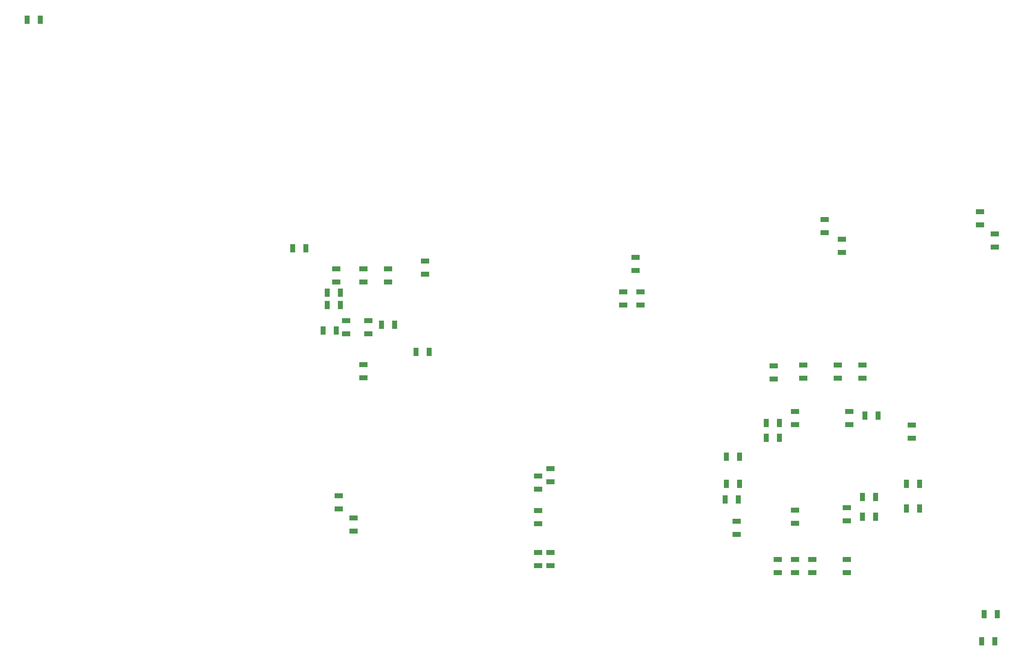
<source format=gbp>
%FSLAX44Y44*%
%MOMM*%
G71*
G01*
G75*
G04 Layer_Color=128*
%ADD10R,1.1000X1.7000*%
%ADD11R,1.5500X0.4500*%
%ADD12R,1.7000X1.1000*%
%ADD13R,1.4000X2.1000*%
%ADD14R,1.2000X1.2000*%
%ADD15R,1.2000X1.2000*%
%ADD16O,0.3000X2.5400*%
%ADD17O,2.5400X0.3000*%
%ADD18R,2.1000X1.4000*%
%ADD19R,1.5500X0.5500*%
%ADD20O,1.7000X0.3500*%
%ADD21O,1.5500X0.2500*%
%ADD22O,0.2500X1.5500*%
%ADD23R,0.5000X3.1000*%
%ADD24R,2.0000X2.5000*%
%ADD25R,2.0000X3.3000*%
%ADD26O,2.1000X0.4500*%
%ADD27R,0.7000X2.0000*%
%ADD28R,1.0000X2.0000*%
%ADD29R,1.2000X2.0000*%
%ADD30R,1.5000X2.0000*%
%ADD31R,2.0000X3.5000*%
%ADD32R,2.0000X1.8000*%
%ADD33C,0.1500*%
%ADD34R,1.5000X1.5000*%
%ADD35C,1.5000*%
%ADD36R,1.5000X1.5000*%
%ADD37C,1.3500*%
%ADD38R,1.2500X1.2500*%
%ADD39C,1.6000*%
%ADD40R,1.6000X1.6000*%
%ADD41C,1.2000*%
%ADD42O,1.5240X4.0640*%
%ADD43O,4.0640X1.5240*%
%ADD44O,1.5240X4.3180*%
%ADD45C,4.7600*%
%ADD46R,1.6900X1.6900*%
%ADD47C,1.6900*%
%ADD48C,1.5240*%
%ADD49C,4.5000*%
%ADD50C,0.7100*%
%ADD51C,1.0160*%
%ADD52C,0.2540*%
%ADD53C,1.9160*%
G04:AMPARAMS|DCode=54|XSize=2.424mm|YSize=2.424mm|CornerRadius=0mm|HoleSize=0mm|Usage=FLASHONLY|Rotation=0.000|XOffset=0mm|YOffset=0mm|HoleType=Round|Shape=Relief|Width=0.254mm|Gap=0.254mm|Entries=4|*
%AMTHD54*
7,0,0,2.4240,1.9160,0.2540,45*
%
%ADD54THD54*%
%ADD55C,1.8160*%
G04:AMPARAMS|DCode=56|XSize=2.274mm|YSize=2.274mm|CornerRadius=0mm|HoleSize=0mm|Usage=FLASHONLY|Rotation=0.000|XOffset=0mm|YOffset=0mm|HoleType=Round|Shape=Relief|Width=0.254mm|Gap=0.254mm|Entries=4|*
%AMTHD56*
7,0,0,2.2740,1.7660,0.2540,45*
%
%ADD56THD56*%
%ADD57C,2.0160*%
G04:AMPARAMS|DCode=58|XSize=2.524mm|YSize=2.524mm|CornerRadius=0mm|HoleSize=0mm|Usage=FLASHONLY|Rotation=0.000|XOffset=0mm|YOffset=0mm|HoleType=Round|Shape=Relief|Width=0.254mm|Gap=0.254mm|Entries=4|*
%AMTHD58*
7,0,0,2.5240,2.0160,0.2540,45*
%
%ADD58THD58*%
%ADD59C,1.7660*%
%ADD60O,1.7780X4.3180*%
%ADD61O,4.3180X1.7780*%
%AMTHOVALD62*
21,1,2.7940,2.2860,0,0,270.0*
1,1,2.2860,0.0000,1.3970*
1,1,2.2860,0.0000,-1.3970*
21,0,2.7940,1.7780,0,0,270.0*
1,0,1.7780,0.0000,1.3970*
1,0,1.7780,0.0000,-1.3970*
4,0,4,-0.0898,1.3072,-0.8980,2.1154,-0.7184,2.2950,0.0898,1.4868,-0.0898,1.3072,0.0*
4,0,4,-0.0898,-1.4868,0.7184,-2.2950,0.8980,-2.1154,0.0898,-1.3072,-0.0898,-1.4868,0.0*
4,0,4,-0.0898,1.4868,0.7184,2.2950,0.8980,2.1154,0.0898,1.3072,-0.0898,1.4868,0.0*
4,0,4,-0.0898,-1.3072,-0.8980,-2.1154,-0.7184,-2.2950,0.0898,-1.4868,-0.0898,-1.3072,0.0*
%
%ADD62THOVALD62*%

%ADD63C,4.2760*%
%ADD64C,2.1060*%
G04:AMPARAMS|DCode=65|XSize=2.424mm|YSize=2.424mm|CornerRadius=0mm|HoleSize=0mm|Usage=FLASHONLY|Rotation=0.000|XOffset=0mm|YOffset=0mm|HoleType=Round|Shape=Relief|Width=0.254mm|Gap=0.254mm|Entries=4|*
%AMTHD65*
7,0,0,2.4240,1.9160,0.2540,45*
%
%ADD65THD65*%
%ADD66C,1.9160*%
%ADD67C,4.2160*%
%ADD68C,2.2060*%
%ADD69C,2.0160*%
%ADD70C,1.3160*%
G04:AMPARAMS|DCode=71|XSize=1.824mm|YSize=1.824mm|CornerRadius=0mm|HoleSize=0mm|Usage=FLASHONLY|Rotation=0.000|XOffset=0mm|YOffset=0mm|HoleType=Round|Shape=Relief|Width=0.254mm|Gap=0.254mm|Entries=4|*
%AMTHD71*
7,0,0,1.8240,1.3160,0.2540,45*
%
%ADD71THD71*%
G04:AMPARAMS|DCode=72|XSize=2.324mm|YSize=2.324mm|CornerRadius=0mm|HoleSize=0mm|Usage=FLASHONLY|Rotation=0.000|XOffset=0mm|YOffset=0mm|HoleType=Round|Shape=Relief|Width=0.254mm|Gap=0.254mm|Entries=4|*
%AMTHD72*
7,0,0,2.3240,1.8160,0.2540,45*
%
%ADD72THD72*%
%AMTHOVALD73*
21,1,2.5400,2.2860,0,0,90.0*
1,1,2.2860,0.0000,-1.2700*
1,1,2.2860,0.0000,1.2700*
21,0,2.5400,1.7780,0,0,90.0*
1,0,1.7780,0.0000,-1.2700*
1,0,1.7780,0.0000,1.2700*
4,0,4,0.0898,-1.1802,0.8980,-1.9884,0.7184,-2.1680,-0.0898,-1.3598,0.0898,-1.1802,0.0*
4,0,4,0.0898,1.3598,-0.7184,2.1680,-0.8980,1.9884,-0.0898,1.1802,0.0898,1.3598,0.0*
4,0,4,0.0898,-1.3598,-0.7184,-2.1680,-0.8980,-1.9884,-0.0898,-1.1802,0.0898,-1.3598,0.0*
4,0,4,0.0898,1.1802,0.8980,1.9884,0.7184,2.1680,-0.0898,1.3598,0.0898,1.1802,0.0*
%
%ADD73THOVALD73*%

%AMTHOVALD74*
21,1,2.5400,2.2860,0,0,180.0*
1,1,2.2860,1.2700,0.0000*
1,1,2.2860,-1.2700,0.0000*
21,0,2.5400,1.7780,0,0,180.0*
1,0,1.7780,1.2700,0.0000*
1,0,1.7780,-1.2700,0.0000*
4,0,4,1.1802,0.0898,1.9884,0.8980,2.1680,0.7184,1.3598,-0.0898,1.1802,0.0898,0.0*
4,0,4,-1.3598,0.0898,-2.1680,-0.7184,-1.9884,-0.8980,-1.1802,-0.0898,-1.3598,0.0898,0.0*
4,0,4,1.3598,0.0898,2.1680,-0.7184,1.9884,-0.8980,1.1802,-0.0898,1.3598,0.0898,0.0*
4,0,4,-1.1802,0.0898,-1.9884,0.8980,-2.1680,0.7184,-1.3598,-0.0898,-1.1802,0.0898,0.0*
%
%ADD74THOVALD74*%

%ADD75O,1.7780X4.5720*%
G04:AMPARAMS|DCode=76|XSize=4.784mm|YSize=4.784mm|CornerRadius=0mm|HoleSize=0mm|Usage=FLASHONLY|Rotation=0.000|XOffset=0mm|YOffset=0mm|HoleType=Round|Shape=Relief|Width=0.254mm|Gap=0.254mm|Entries=4|*
%AMTHD76*
7,0,0,4.7840,4.2760,0.2540,45*
%
%ADD76THD76*%
G04:AMPARAMS|DCode=77|XSize=2.614mm|YSize=2.614mm|CornerRadius=0mm|HoleSize=0mm|Usage=FLASHONLY|Rotation=0.000|XOffset=0mm|YOffset=0mm|HoleType=Round|Shape=Relief|Width=0.254mm|Gap=0.254mm|Entries=4|*
%AMTHD77*
7,0,0,2.6140,2.1060,0.2540,45*
%
%ADD77THD77*%
G04:AMPARAMS|DCode=78|XSize=2.524mm|YSize=2.524mm|CornerRadius=0mm|HoleSize=0mm|Usage=FLASHONLY|Rotation=0.000|XOffset=0mm|YOffset=0mm|HoleType=Round|Shape=Relief|Width=0.254mm|Gap=0.254mm|Entries=4|*
%AMTHD78*
7,0,0,2.5240,2.0160,0.2540,45*
%
%ADD78THD78*%
%ADD79C,0.6000*%
%ADD80C,0.2500*%
%ADD81C,0.2000*%
%ADD82C,0.1016*%
%ADD83C,0.1778*%
%ADD84C,0.2032*%
%ADD85C,0.5080*%
%ADD86C,0.2794*%
%ADD87R,1.3032X1.9032*%
%ADD88R,1.7532X0.6532*%
%ADD89R,1.9032X1.3032*%
%ADD90R,1.6032X2.3032*%
%ADD91R,1.4032X1.4032*%
%ADD92R,1.4032X1.4032*%
%ADD93O,0.5032X2.7432*%
%ADD94O,2.7432X0.5032*%
%ADD95R,2.3032X1.6032*%
%ADD96R,1.7532X0.7532*%
%ADD97O,1.9032X0.5532*%
%ADD98O,1.7532X0.4532*%
%ADD99O,0.4532X1.7532*%
%ADD100R,0.7032X3.3032*%
%ADD101R,2.2032X2.7032*%
%ADD102R,2.2032X3.5032*%
%ADD103O,2.3032X0.6532*%
%ADD104R,0.9032X2.2032*%
%ADD105R,1.2032X2.2032*%
%ADD106R,1.4032X2.2032*%
%ADD107R,1.7032X2.2032*%
%ADD108R,2.2032X3.7032*%
%ADD109R,2.2032X2.0032*%
%ADD110R,1.7032X1.7032*%
%ADD111C,1.7032*%
%ADD112R,1.7032X1.7032*%
%ADD113C,1.5532*%
%ADD114R,1.4532X1.4532*%
%ADD115C,1.8032*%
%ADD116R,1.8032X1.8032*%
%ADD117C,1.4032*%
%ADD118O,1.7272X4.2672*%
%ADD119O,4.2672X1.7272*%
%ADD120O,1.7272X4.5212*%
%ADD121C,4.9632*%
%ADD122R,1.8932X1.8932*%
%ADD123C,1.8932*%
%ADD124C,1.7272*%
%ADD125C,4.7032*%
%ADD126C,0.9132*%
D10*
X2770340Y1153160D02*
D03*
X2797340D02*
D03*
X2525230Y1409700D02*
D03*
X2552230D02*
D03*
X2615400Y1477010D02*
D03*
X2642400D02*
D03*
X2615400Y1426210D02*
D03*
X2642400D02*
D03*
X2271560Y1532890D02*
D03*
X2244560D02*
D03*
Y1477010D02*
D03*
X2271560D02*
D03*
X2242020Y1445000D02*
D03*
X2269020D02*
D03*
X2327110Y1572260D02*
D03*
X2354110D02*
D03*
X2530310Y1617980D02*
D03*
X2557310D02*
D03*
X2775420Y1209040D02*
D03*
X2802420D02*
D03*
X1632750Y1748790D02*
D03*
X1605750D02*
D03*
X1440980Y1793240D02*
D03*
X1413980D02*
D03*
X1422870Y1845310D02*
D03*
X1449870D02*
D03*
X1422870Y1870710D02*
D03*
X1449870D02*
D03*
X2354110Y1602740D02*
D03*
X2327110D02*
D03*
X2552230Y1450340D02*
D03*
X2525230D02*
D03*
X1351750Y1962150D02*
D03*
X1378750D02*
D03*
X1534630Y1804670D02*
D03*
X1561630D02*
D03*
X831380Y2433320D02*
D03*
X804380D02*
D03*
D12*
X1477010Y1406690D02*
D03*
Y1379690D02*
D03*
X2767330Y2037880D02*
D03*
Y2010880D02*
D03*
X2447290Y2021370D02*
D03*
Y1994370D02*
D03*
X2350770Y1321600D02*
D03*
Y1294600D02*
D03*
X2386330Y1321600D02*
D03*
Y1294600D02*
D03*
X2421890Y1321600D02*
D03*
Y1294600D02*
D03*
X2493010Y1321600D02*
D03*
Y1294600D02*
D03*
Y1428280D02*
D03*
Y1401280D02*
D03*
X2265680Y1373340D02*
D03*
Y1400340D02*
D03*
X2386330Y1599400D02*
D03*
Y1626400D02*
D03*
X2626360Y1598460D02*
D03*
Y1571460D02*
D03*
X2498090Y1626400D02*
D03*
Y1599400D02*
D03*
X2524760Y1721650D02*
D03*
Y1694650D02*
D03*
X2473960Y1721650D02*
D03*
Y1694650D02*
D03*
X2402840Y1721650D02*
D03*
Y1694650D02*
D03*
X2341880Y1720380D02*
D03*
Y1693380D02*
D03*
X2032000Y1872780D02*
D03*
Y1845780D02*
D03*
X2067560Y1872780D02*
D03*
Y1845780D02*
D03*
X2057400Y1916900D02*
D03*
Y1943900D02*
D03*
X2797810Y1965160D02*
D03*
Y1992160D02*
D03*
X2482850Y1980730D02*
D03*
Y1953730D02*
D03*
X1856740Y1394930D02*
D03*
Y1421930D02*
D03*
Y1493050D02*
D03*
Y1466050D02*
D03*
X1882140Y1481290D02*
D03*
Y1508290D02*
D03*
Y1308570D02*
D03*
Y1335570D02*
D03*
X1856740D02*
D03*
Y1308570D02*
D03*
X1446530Y1452410D02*
D03*
Y1425410D02*
D03*
X1497330Y1695920D02*
D03*
Y1722920D02*
D03*
X1461770Y1786090D02*
D03*
Y1813090D02*
D03*
X1507490D02*
D03*
Y1786090D02*
D03*
X1548130Y1892770D02*
D03*
Y1919770D02*
D03*
X1497330Y1892770D02*
D03*
Y1919770D02*
D03*
X1441450D02*
D03*
Y1892770D02*
D03*
X2386330Y1423200D02*
D03*
Y1396200D02*
D03*
X1624330Y1909280D02*
D03*
Y1936280D02*
D03*
M02*

</source>
